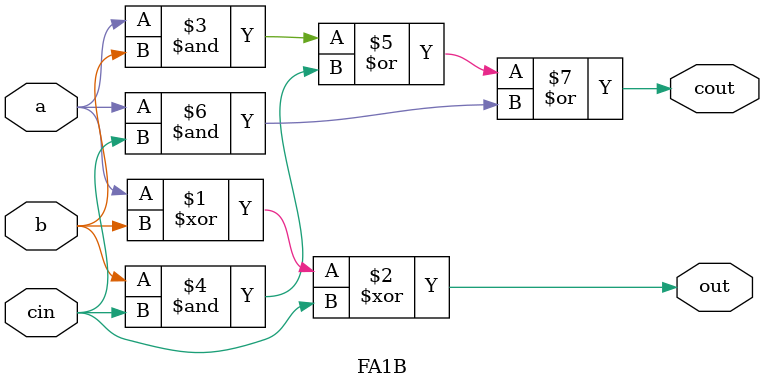
<source format=sv>
`timescale 1ns / 1ps


module FA1B(
    input a,
    input b,
    input cin,
    output cout,
    output out
    );
    
    assign out = a ^ b ^ cin;
    assign cout = (a & b) | (b & cin) | (a & cin);
    
    
endmodule

</source>
